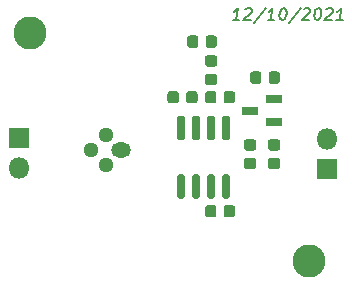
<source format=gbr>
%TF.GenerationSoftware,KiCad,Pcbnew,5.1.6-c6e7f7d~87~ubuntu18.04.1*%
%TF.CreationDate,2021-12-13T22:59:23-08:00*%
%TF.ProjectId,portable-calibrator,706f7274-6162-46c6-952d-63616c696272,rev?*%
%TF.SameCoordinates,Original*%
%TF.FileFunction,Soldermask,Top*%
%TF.FilePolarity,Negative*%
%FSLAX46Y46*%
G04 Gerber Fmt 4.6, Leading zero omitted, Abs format (unit mm)*
G04 Created by KiCad (PCBNEW 5.1.6-c6e7f7d~87~ubuntu18.04.1) date 2021-12-13 22:59:23*
%MOMM*%
%LPD*%
G01*
G04 APERTURE LIST*
%ADD10C,0.150000*%
%ADD11O,1.800000X1.800000*%
%ADD12R,1.800000X1.800000*%
%ADD13O,1.300000X1.300000*%
%ADD14O,1.700000X1.300000*%
%ADD15R,1.440000X0.740000*%
%ADD16C,2.800000*%
G04 APERTURE END LIST*
D10*
X161031776Y-86050380D02*
X160460348Y-86050380D01*
X160746062Y-86050380D02*
X160871062Y-85050380D01*
X160757967Y-85193238D01*
X160650824Y-85288476D01*
X160549633Y-85336095D01*
X161525824Y-85145619D02*
X161579395Y-85098000D01*
X161680586Y-85050380D01*
X161918681Y-85050380D01*
X162007967Y-85098000D01*
X162049633Y-85145619D01*
X162085348Y-85240857D01*
X162073443Y-85336095D01*
X162007967Y-85478952D01*
X161365110Y-86050380D01*
X161984157Y-86050380D01*
X163257967Y-85002761D02*
X162240110Y-86288476D01*
X163984157Y-86050380D02*
X163412729Y-86050380D01*
X163698443Y-86050380D02*
X163823443Y-85050380D01*
X163710348Y-85193238D01*
X163603205Y-85288476D01*
X163502014Y-85336095D01*
X164728205Y-85050380D02*
X164823443Y-85050380D01*
X164912729Y-85098000D01*
X164954395Y-85145619D01*
X164990110Y-85240857D01*
X165013919Y-85431333D01*
X164984157Y-85669428D01*
X164912729Y-85859904D01*
X164853205Y-85955142D01*
X164799633Y-86002761D01*
X164698443Y-86050380D01*
X164603205Y-86050380D01*
X164513919Y-86002761D01*
X164472252Y-85955142D01*
X164436538Y-85859904D01*
X164412729Y-85669428D01*
X164442491Y-85431333D01*
X164513919Y-85240857D01*
X164573443Y-85145619D01*
X164627014Y-85098000D01*
X164728205Y-85050380D01*
X166210348Y-85002761D02*
X165192491Y-86288476D01*
X166478205Y-85145619D02*
X166531776Y-85098000D01*
X166632967Y-85050380D01*
X166871062Y-85050380D01*
X166960348Y-85098000D01*
X167002014Y-85145619D01*
X167037729Y-85240857D01*
X167025824Y-85336095D01*
X166960348Y-85478952D01*
X166317491Y-86050380D01*
X166936538Y-86050380D01*
X167680586Y-85050380D02*
X167775824Y-85050380D01*
X167865110Y-85098000D01*
X167906776Y-85145619D01*
X167942491Y-85240857D01*
X167966300Y-85431333D01*
X167936538Y-85669428D01*
X167865110Y-85859904D01*
X167805586Y-85955142D01*
X167752014Y-86002761D01*
X167650824Y-86050380D01*
X167555586Y-86050380D01*
X167466300Y-86002761D01*
X167424633Y-85955142D01*
X167388919Y-85859904D01*
X167365110Y-85669428D01*
X167394872Y-85431333D01*
X167466300Y-85240857D01*
X167525824Y-85145619D01*
X167579395Y-85098000D01*
X167680586Y-85050380D01*
X168382967Y-85145619D02*
X168436538Y-85098000D01*
X168537729Y-85050380D01*
X168775824Y-85050380D01*
X168865110Y-85098000D01*
X168906776Y-85145619D01*
X168942491Y-85240857D01*
X168930586Y-85336095D01*
X168865110Y-85478952D01*
X168222252Y-86050380D01*
X168841300Y-86050380D01*
X169793681Y-86050380D02*
X169222252Y-86050380D01*
X169507967Y-86050380D02*
X169632967Y-85050380D01*
X169519872Y-85193238D01*
X169412729Y-85288476D01*
X169311538Y-85336095D01*
D11*
%TO.C,J2*%
X168402000Y-96099000D03*
D12*
X168402000Y-98639000D03*
%TD*%
D11*
%TO.C,J1*%
X142367000Y-98552000D03*
D12*
X142367000Y-96012000D03*
%TD*%
%TO.C,U2*%
G36*
G01*
X159718000Y-99113000D02*
X160068000Y-99113000D01*
G75*
G02*
X160243000Y-99288000I0J-175000D01*
G01*
X160243000Y-100988000D01*
G75*
G02*
X160068000Y-101163000I-175000J0D01*
G01*
X159718000Y-101163000D01*
G75*
G02*
X159543000Y-100988000I0J175000D01*
G01*
X159543000Y-99288000D01*
G75*
G02*
X159718000Y-99113000I175000J0D01*
G01*
G37*
G36*
G01*
X158448000Y-99113000D02*
X158798000Y-99113000D01*
G75*
G02*
X158973000Y-99288000I0J-175000D01*
G01*
X158973000Y-100988000D01*
G75*
G02*
X158798000Y-101163000I-175000J0D01*
G01*
X158448000Y-101163000D01*
G75*
G02*
X158273000Y-100988000I0J175000D01*
G01*
X158273000Y-99288000D01*
G75*
G02*
X158448000Y-99113000I175000J0D01*
G01*
G37*
G36*
G01*
X157178000Y-99113000D02*
X157528000Y-99113000D01*
G75*
G02*
X157703000Y-99288000I0J-175000D01*
G01*
X157703000Y-100988000D01*
G75*
G02*
X157528000Y-101163000I-175000J0D01*
G01*
X157178000Y-101163000D01*
G75*
G02*
X157003000Y-100988000I0J175000D01*
G01*
X157003000Y-99288000D01*
G75*
G02*
X157178000Y-99113000I175000J0D01*
G01*
G37*
G36*
G01*
X155908000Y-99113000D02*
X156258000Y-99113000D01*
G75*
G02*
X156433000Y-99288000I0J-175000D01*
G01*
X156433000Y-100988000D01*
G75*
G02*
X156258000Y-101163000I-175000J0D01*
G01*
X155908000Y-101163000D01*
G75*
G02*
X155733000Y-100988000I0J175000D01*
G01*
X155733000Y-99288000D01*
G75*
G02*
X155908000Y-99113000I175000J0D01*
G01*
G37*
G36*
G01*
X155908000Y-94163000D02*
X156258000Y-94163000D01*
G75*
G02*
X156433000Y-94338000I0J-175000D01*
G01*
X156433000Y-96038000D01*
G75*
G02*
X156258000Y-96213000I-175000J0D01*
G01*
X155908000Y-96213000D01*
G75*
G02*
X155733000Y-96038000I0J175000D01*
G01*
X155733000Y-94338000D01*
G75*
G02*
X155908000Y-94163000I175000J0D01*
G01*
G37*
G36*
G01*
X157178000Y-94163000D02*
X157528000Y-94163000D01*
G75*
G02*
X157703000Y-94338000I0J-175000D01*
G01*
X157703000Y-96038000D01*
G75*
G02*
X157528000Y-96213000I-175000J0D01*
G01*
X157178000Y-96213000D01*
G75*
G02*
X157003000Y-96038000I0J175000D01*
G01*
X157003000Y-94338000D01*
G75*
G02*
X157178000Y-94163000I175000J0D01*
G01*
G37*
G36*
G01*
X158448000Y-94163000D02*
X158798000Y-94163000D01*
G75*
G02*
X158973000Y-94338000I0J-175000D01*
G01*
X158973000Y-96038000D01*
G75*
G02*
X158798000Y-96213000I-175000J0D01*
G01*
X158448000Y-96213000D01*
G75*
G02*
X158273000Y-96038000I0J175000D01*
G01*
X158273000Y-94338000D01*
G75*
G02*
X158448000Y-94163000I175000J0D01*
G01*
G37*
G36*
G01*
X159718000Y-94163000D02*
X160068000Y-94163000D01*
G75*
G02*
X160243000Y-94338000I0J-175000D01*
G01*
X160243000Y-96038000D01*
G75*
G02*
X160068000Y-96213000I-175000J0D01*
G01*
X159718000Y-96213000D01*
G75*
G02*
X159543000Y-96038000I0J175000D01*
G01*
X159543000Y-94338000D01*
G75*
G02*
X159718000Y-94163000I175000J0D01*
G01*
G37*
%TD*%
D13*
%TO.C,U1*%
X149733000Y-98298000D03*
X148463000Y-97028000D03*
X149733000Y-95758000D03*
D14*
X151003000Y-97028000D03*
%TD*%
%TO.C,R7*%
G36*
G01*
X163495000Y-91213250D02*
X163495000Y-90650750D01*
G75*
G02*
X163738750Y-90407000I243750J0D01*
G01*
X164226250Y-90407000D01*
G75*
G02*
X164470000Y-90650750I0J-243750D01*
G01*
X164470000Y-91213250D01*
G75*
G02*
X164226250Y-91457000I-243750J0D01*
G01*
X163738750Y-91457000D01*
G75*
G02*
X163495000Y-91213250I0J243750D01*
G01*
G37*
G36*
G01*
X161920000Y-91213250D02*
X161920000Y-90650750D01*
G75*
G02*
X162163750Y-90407000I243750J0D01*
G01*
X162651250Y-90407000D01*
G75*
G02*
X162895000Y-90650750I0J-243750D01*
G01*
X162895000Y-91213250D01*
G75*
G02*
X162651250Y-91457000I-243750J0D01*
G01*
X162163750Y-91457000D01*
G75*
G02*
X161920000Y-91213250I0J243750D01*
G01*
G37*
%TD*%
%TO.C,R6*%
G36*
G01*
X161643750Y-97709000D02*
X162206250Y-97709000D01*
G75*
G02*
X162450000Y-97952750I0J-243750D01*
G01*
X162450000Y-98440250D01*
G75*
G02*
X162206250Y-98684000I-243750J0D01*
G01*
X161643750Y-98684000D01*
G75*
G02*
X161400000Y-98440250I0J243750D01*
G01*
X161400000Y-97952750D01*
G75*
G02*
X161643750Y-97709000I243750J0D01*
G01*
G37*
G36*
G01*
X161643750Y-96134000D02*
X162206250Y-96134000D01*
G75*
G02*
X162450000Y-96377750I0J-243750D01*
G01*
X162450000Y-96865250D01*
G75*
G02*
X162206250Y-97109000I-243750J0D01*
G01*
X161643750Y-97109000D01*
G75*
G02*
X161400000Y-96865250I0J243750D01*
G01*
X161400000Y-96377750D01*
G75*
G02*
X161643750Y-96134000I243750J0D01*
G01*
G37*
%TD*%
%TO.C,R5*%
G36*
G01*
X163675750Y-97709000D02*
X164238250Y-97709000D01*
G75*
G02*
X164482000Y-97952750I0J-243750D01*
G01*
X164482000Y-98440250D01*
G75*
G02*
X164238250Y-98684000I-243750J0D01*
G01*
X163675750Y-98684000D01*
G75*
G02*
X163432000Y-98440250I0J243750D01*
G01*
X163432000Y-97952750D01*
G75*
G02*
X163675750Y-97709000I243750J0D01*
G01*
G37*
G36*
G01*
X163675750Y-96134000D02*
X164238250Y-96134000D01*
G75*
G02*
X164482000Y-96377750I0J-243750D01*
G01*
X164482000Y-96865250D01*
G75*
G02*
X164238250Y-97109000I-243750J0D01*
G01*
X163675750Y-97109000D01*
G75*
G02*
X163432000Y-96865250I0J243750D01*
G01*
X163432000Y-96377750D01*
G75*
G02*
X163675750Y-96134000I243750J0D01*
G01*
G37*
%TD*%
%TO.C,R4*%
G36*
G01*
X159685000Y-92864250D02*
X159685000Y-92301750D01*
G75*
G02*
X159928750Y-92058000I243750J0D01*
G01*
X160416250Y-92058000D01*
G75*
G02*
X160660000Y-92301750I0J-243750D01*
G01*
X160660000Y-92864250D01*
G75*
G02*
X160416250Y-93108000I-243750J0D01*
G01*
X159928750Y-93108000D01*
G75*
G02*
X159685000Y-92864250I0J243750D01*
G01*
G37*
G36*
G01*
X158110000Y-92864250D02*
X158110000Y-92301750D01*
G75*
G02*
X158353750Y-92058000I243750J0D01*
G01*
X158841250Y-92058000D01*
G75*
G02*
X159085000Y-92301750I0J-243750D01*
G01*
X159085000Y-92864250D01*
G75*
G02*
X158841250Y-93108000I-243750J0D01*
G01*
X158353750Y-93108000D01*
G75*
G02*
X158110000Y-92864250I0J243750D01*
G01*
G37*
%TD*%
%TO.C,R3*%
G36*
G01*
X158161000Y-88165250D02*
X158161000Y-87602750D01*
G75*
G02*
X158404750Y-87359000I243750J0D01*
G01*
X158892250Y-87359000D01*
G75*
G02*
X159136000Y-87602750I0J-243750D01*
G01*
X159136000Y-88165250D01*
G75*
G02*
X158892250Y-88409000I-243750J0D01*
G01*
X158404750Y-88409000D01*
G75*
G02*
X158161000Y-88165250I0J243750D01*
G01*
G37*
G36*
G01*
X156586000Y-88165250D02*
X156586000Y-87602750D01*
G75*
G02*
X156829750Y-87359000I243750J0D01*
G01*
X157317250Y-87359000D01*
G75*
G02*
X157561000Y-87602750I0J-243750D01*
G01*
X157561000Y-88165250D01*
G75*
G02*
X157317250Y-88409000I-243750J0D01*
G01*
X156829750Y-88409000D01*
G75*
G02*
X156586000Y-88165250I0J243750D01*
G01*
G37*
%TD*%
%TO.C,R2*%
G36*
G01*
X158341750Y-90597000D02*
X158904250Y-90597000D01*
G75*
G02*
X159148000Y-90840750I0J-243750D01*
G01*
X159148000Y-91328250D01*
G75*
G02*
X158904250Y-91572000I-243750J0D01*
G01*
X158341750Y-91572000D01*
G75*
G02*
X158098000Y-91328250I0J243750D01*
G01*
X158098000Y-90840750D01*
G75*
G02*
X158341750Y-90597000I243750J0D01*
G01*
G37*
G36*
G01*
X158341750Y-89022000D02*
X158904250Y-89022000D01*
G75*
G02*
X159148000Y-89265750I0J-243750D01*
G01*
X159148000Y-89753250D01*
G75*
G02*
X158904250Y-89997000I-243750J0D01*
G01*
X158341750Y-89997000D01*
G75*
G02*
X158098000Y-89753250I0J243750D01*
G01*
X158098000Y-89265750D01*
G75*
G02*
X158341750Y-89022000I243750J0D01*
G01*
G37*
%TD*%
%TO.C,R1*%
G36*
G01*
X156510000Y-92864250D02*
X156510000Y-92301750D01*
G75*
G02*
X156753750Y-92058000I243750J0D01*
G01*
X157241250Y-92058000D01*
G75*
G02*
X157485000Y-92301750I0J-243750D01*
G01*
X157485000Y-92864250D01*
G75*
G02*
X157241250Y-93108000I-243750J0D01*
G01*
X156753750Y-93108000D01*
G75*
G02*
X156510000Y-92864250I0J243750D01*
G01*
G37*
G36*
G01*
X154935000Y-92864250D02*
X154935000Y-92301750D01*
G75*
G02*
X155178750Y-92058000I243750J0D01*
G01*
X155666250Y-92058000D01*
G75*
G02*
X155910000Y-92301750I0J-243750D01*
G01*
X155910000Y-92864250D01*
G75*
G02*
X155666250Y-93108000I-243750J0D01*
G01*
X155178750Y-93108000D01*
G75*
G02*
X154935000Y-92864250I0J243750D01*
G01*
G37*
%TD*%
D15*
%TO.C,Q1*%
X163991000Y-94676000D03*
X163991000Y-92776000D03*
X161891000Y-93726000D03*
%TD*%
%TO.C,C1*%
G36*
G01*
X159685000Y-102516250D02*
X159685000Y-101953750D01*
G75*
G02*
X159928750Y-101710000I243750J0D01*
G01*
X160416250Y-101710000D01*
G75*
G02*
X160660000Y-101953750I0J-243750D01*
G01*
X160660000Y-102516250D01*
G75*
G02*
X160416250Y-102760000I-243750J0D01*
G01*
X159928750Y-102760000D01*
G75*
G02*
X159685000Y-102516250I0J243750D01*
G01*
G37*
G36*
G01*
X158110000Y-102516250D02*
X158110000Y-101953750D01*
G75*
G02*
X158353750Y-101710000I243750J0D01*
G01*
X158841250Y-101710000D01*
G75*
G02*
X159085000Y-101953750I0J-243750D01*
G01*
X159085000Y-102516250D01*
G75*
G02*
X158841250Y-102760000I-243750J0D01*
G01*
X158353750Y-102760000D01*
G75*
G02*
X158110000Y-102516250I0J243750D01*
G01*
G37*
%TD*%
D16*
%TO.C,H1*%
X166878000Y-106426000D03*
%TD*%
%TO.C,H2*%
X143256000Y-87122000D03*
%TD*%
M02*

</source>
